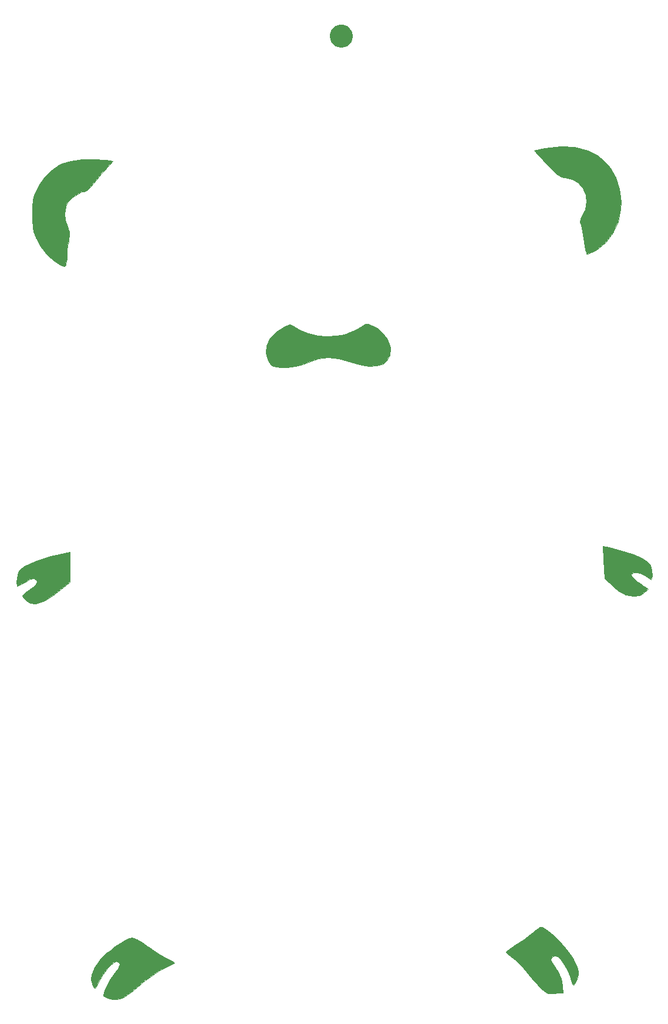
<source format=gbr>
G04 #@! TF.GenerationSoftware,KiCad,Pcbnew,(5.1.2)-1*
G04 #@! TF.CreationDate,2023-11-06T09:25:53+09:00*
G04 #@! TF.ProjectId,gopher_pilot_m5stack,676f7068-6572-45f7-9069-6c6f745f6d35,rev?*
G04 #@! TF.SameCoordinates,Original*
G04 #@! TF.FileFunction,Soldermask,Top*
G04 #@! TF.FilePolarity,Negative*
%FSLAX46Y46*%
G04 Gerber Fmt 4.6, Leading zero omitted, Abs format (unit mm)*
G04 Created by KiCad (PCBNEW (5.1.2)-1) date 2023-11-06 09:25:53*
%MOMM*%
%LPD*%
G04 APERTURE LIST*
%ADD10C,0.100000*%
G04 APERTURE END LIST*
D10*
G36*
X86292600Y-61811520D02*
G01*
X85732600Y-62431520D01*
X84582600Y-63671520D01*
X83872600Y-64471520D01*
X83362600Y-65091520D01*
X83052600Y-65491520D01*
X82912600Y-65661520D01*
X82632600Y-65971520D01*
X82142600Y-66151520D01*
X81782600Y-66221520D01*
X81102600Y-66571520D01*
X80562600Y-66981520D01*
X80382600Y-67121520D01*
X79802600Y-67751520D01*
X79532600Y-68321520D01*
X79372600Y-69281520D01*
X79442600Y-70271520D01*
X79752600Y-71221520D01*
X79882600Y-71491520D01*
X80012600Y-71951520D01*
X80012600Y-72261520D01*
X80012600Y-72511520D01*
X80002600Y-72591520D01*
X79982600Y-72741520D01*
X79972600Y-72811520D01*
X79962600Y-72891520D01*
X79942600Y-73031520D01*
X79932600Y-73101520D01*
X79922600Y-73181520D01*
X79892600Y-73391520D01*
X79802600Y-73931520D01*
X79702600Y-74771520D01*
X79692600Y-74991520D01*
X79652600Y-75451520D01*
X79642600Y-75811520D01*
X79622600Y-76161520D01*
X79532600Y-76641520D01*
X79472600Y-76781520D01*
X79322600Y-76931520D01*
X79032600Y-76881520D01*
X78492600Y-76611520D01*
X77672600Y-76031520D01*
X76842600Y-75221520D01*
X75872600Y-74031520D01*
X75192600Y-72791520D01*
X74882600Y-71981520D01*
X74732600Y-71291520D01*
X74652600Y-70241520D01*
X74652600Y-68931520D01*
X74672600Y-68201520D01*
X74742600Y-67541520D01*
X74772600Y-67371520D01*
X74962600Y-66701520D01*
X75262600Y-65981520D01*
X75692600Y-65201520D01*
X76552600Y-64021520D01*
X77542600Y-63041520D01*
X78522600Y-62361520D01*
X78962600Y-62151520D01*
X80302600Y-61761520D01*
X81902600Y-61521520D01*
X83592600Y-61491520D01*
X85292600Y-61651520D01*
X85812600Y-61721520D01*
X86292600Y-61811520D01*
G37*
X86292600Y-61811520D02*
X85732600Y-62431520D01*
X84582600Y-63671520D01*
X83872600Y-64471520D01*
X83362600Y-65091520D01*
X83052600Y-65491520D01*
X82912600Y-65661520D01*
X82632600Y-65971520D01*
X82142600Y-66151520D01*
X81782600Y-66221520D01*
X81102600Y-66571520D01*
X80562600Y-66981520D01*
X80382600Y-67121520D01*
X79802600Y-67751520D01*
X79532600Y-68321520D01*
X79372600Y-69281520D01*
X79442600Y-70271520D01*
X79752600Y-71221520D01*
X79882600Y-71491520D01*
X80012600Y-71951520D01*
X80012600Y-72261520D01*
X80012600Y-72511520D01*
X80002600Y-72591520D01*
X79982600Y-72741520D01*
X79972600Y-72811520D01*
X79962600Y-72891520D01*
X79942600Y-73031520D01*
X79932600Y-73101520D01*
X79922600Y-73181520D01*
X79892600Y-73391520D01*
X79802600Y-73931520D01*
X79702600Y-74771520D01*
X79692600Y-74991520D01*
X79652600Y-75451520D01*
X79642600Y-75811520D01*
X79622600Y-76161520D01*
X79532600Y-76641520D01*
X79472600Y-76781520D01*
X79322600Y-76931520D01*
X79032600Y-76881520D01*
X78492600Y-76611520D01*
X77672600Y-76031520D01*
X76842600Y-75221520D01*
X75872600Y-74031520D01*
X75192600Y-72791520D01*
X74882600Y-71981520D01*
X74732600Y-71291520D01*
X74652600Y-70241520D01*
X74652600Y-68931520D01*
X74672600Y-68201520D01*
X74742600Y-67541520D01*
X74772600Y-67371520D01*
X74962600Y-66701520D01*
X75262600Y-65981520D01*
X75692600Y-65201520D01*
X76552600Y-64021520D01*
X77542600Y-63041520D01*
X78522600Y-62361520D01*
X78962600Y-62151520D01*
X80302600Y-61761520D01*
X81902600Y-61521520D01*
X83592600Y-61491520D01*
X85292600Y-61651520D01*
X85812600Y-61721520D01*
X86292600Y-61811520D01*
G36*
X147102600Y-60291520D02*
G01*
X148632600Y-59961520D01*
X150932600Y-59681520D01*
X152942600Y-59791520D01*
X154812600Y-60231520D01*
X156312600Y-61051520D01*
X157612600Y-62221520D01*
X158102600Y-62841520D01*
X158862600Y-64161520D01*
X159392600Y-65731520D01*
X159572600Y-67641520D01*
X159532600Y-68751520D01*
X159182600Y-70491520D01*
X158452600Y-72101520D01*
X157382600Y-73491520D01*
X156432600Y-74221520D01*
X156012600Y-74541520D01*
X155412600Y-74881520D01*
X154752600Y-75201520D01*
X154632600Y-75141520D01*
X154572600Y-74941520D01*
X154472600Y-74551520D01*
X154302600Y-73471520D01*
X154032600Y-71871520D01*
X153902600Y-71331520D01*
X153762600Y-70771520D01*
X153712600Y-70581520D01*
X153752600Y-70121520D01*
X154022600Y-69611520D01*
X154222600Y-69201520D01*
X154432600Y-68791520D01*
X154552600Y-68131520D01*
X154622600Y-67731520D01*
X154492600Y-66681520D01*
X154162600Y-65911520D01*
X154072600Y-65701520D01*
X153422600Y-64911520D01*
X152562600Y-64371520D01*
X152212600Y-64301520D01*
X151552600Y-64171520D01*
X151542600Y-64171520D01*
X151512600Y-64171520D01*
X151412600Y-64161520D01*
X151062600Y-64111520D01*
X150712600Y-63941520D01*
X150282600Y-63611520D01*
X149802600Y-63151520D01*
X149122600Y-62461520D01*
X148712600Y-62041520D01*
X148452600Y-61771520D01*
X148232600Y-61541520D01*
X147992600Y-61291520D01*
X147762600Y-61041520D01*
X147412600Y-60681520D01*
X147212600Y-60461520D01*
X147072600Y-60301520D01*
X147102600Y-60291520D01*
G37*
X147102600Y-60291520D02*
X148632600Y-59961520D01*
X150932600Y-59681520D01*
X152942600Y-59791520D01*
X154812600Y-60231520D01*
X156312600Y-61051520D01*
X157612600Y-62221520D01*
X158102600Y-62841520D01*
X158862600Y-64161520D01*
X159392600Y-65731520D01*
X159572600Y-67641520D01*
X159532600Y-68751520D01*
X159182600Y-70491520D01*
X158452600Y-72101520D01*
X157382600Y-73491520D01*
X156432600Y-74221520D01*
X156012600Y-74541520D01*
X155412600Y-74881520D01*
X154752600Y-75201520D01*
X154632600Y-75141520D01*
X154572600Y-74941520D01*
X154472600Y-74551520D01*
X154302600Y-73471520D01*
X154032600Y-71871520D01*
X153902600Y-71331520D01*
X153762600Y-70771520D01*
X153712600Y-70581520D01*
X153752600Y-70121520D01*
X154022600Y-69611520D01*
X154222600Y-69201520D01*
X154432600Y-68791520D01*
X154552600Y-68131520D01*
X154622600Y-67731520D01*
X154492600Y-66681520D01*
X154162600Y-65911520D01*
X154072600Y-65701520D01*
X153422600Y-64911520D01*
X152562600Y-64371520D01*
X152212600Y-64301520D01*
X151552600Y-64171520D01*
X151542600Y-64171520D01*
X151512600Y-64171520D01*
X151412600Y-64161520D01*
X151062600Y-64111520D01*
X150712600Y-63941520D01*
X150282600Y-63611520D01*
X149802600Y-63151520D01*
X149122600Y-62461520D01*
X148712600Y-62041520D01*
X148452600Y-61771520D01*
X148232600Y-61541520D01*
X147992600Y-61291520D01*
X147762600Y-61041520D01*
X147412600Y-60681520D01*
X147212600Y-60461520D01*
X147072600Y-60301520D01*
X147102600Y-60291520D01*
G36*
X112082600Y-85371520D02*
G01*
X113242600Y-86041520D01*
X114492600Y-86601520D01*
X115872600Y-86901520D01*
X117202600Y-87041520D01*
X118652600Y-86961520D01*
X119752600Y-86721520D01*
X120762600Y-86341520D01*
X121152600Y-86181520D01*
X121712600Y-85921520D01*
X122342600Y-85471520D01*
X122482600Y-85351520D01*
X122762600Y-85221520D01*
X123092600Y-85261520D01*
X123682600Y-85481520D01*
X124522600Y-85951520D01*
X125302600Y-86661520D01*
X125902600Y-87421520D01*
X126262600Y-88351520D01*
X126292600Y-88731520D01*
X126212600Y-89691520D01*
X125842600Y-90501520D01*
X125272600Y-91021520D01*
X124422600Y-91271520D01*
X123212600Y-91321520D01*
X121802600Y-91101520D01*
X118912600Y-90211520D01*
X117372600Y-90021520D01*
X115902600Y-90211520D01*
X113602600Y-91101520D01*
X112602600Y-91361520D01*
X111412600Y-91481520D01*
X110672600Y-91511520D01*
X109832600Y-91441520D01*
X109192600Y-91211520D01*
X108802600Y-90781520D01*
X108512600Y-90091520D01*
X108382600Y-89411520D01*
X108492600Y-88331520D01*
X108992600Y-87301520D01*
X109832600Y-86411520D01*
X110982600Y-85681520D01*
X111802600Y-85351520D01*
X112082600Y-85371520D01*
G37*
X112082600Y-85371520D02*
X113242600Y-86041520D01*
X114492600Y-86601520D01*
X115872600Y-86901520D01*
X117202600Y-87041520D01*
X118652600Y-86961520D01*
X119752600Y-86721520D01*
X120762600Y-86341520D01*
X121152600Y-86181520D01*
X121712600Y-85921520D01*
X122342600Y-85471520D01*
X122482600Y-85351520D01*
X122762600Y-85221520D01*
X123092600Y-85261520D01*
X123682600Y-85481520D01*
X124522600Y-85951520D01*
X125302600Y-86661520D01*
X125902600Y-87421520D01*
X126262600Y-88351520D01*
X126292600Y-88731520D01*
X126212600Y-89691520D01*
X125842600Y-90501520D01*
X125272600Y-91021520D01*
X124422600Y-91271520D01*
X123212600Y-91321520D01*
X121802600Y-91101520D01*
X118912600Y-90211520D01*
X117372600Y-90021520D01*
X115902600Y-90211520D01*
X113602600Y-91101520D01*
X112602600Y-91361520D01*
X111412600Y-91481520D01*
X110672600Y-91511520D01*
X109832600Y-91441520D01*
X109192600Y-91211520D01*
X108802600Y-90781520D01*
X108512600Y-90091520D01*
X108382600Y-89411520D01*
X108492600Y-88331520D01*
X108992600Y-87301520D01*
X109832600Y-86411520D01*
X110982600Y-85681520D01*
X111802600Y-85351520D01*
X112082600Y-85371520D01*
G36*
X156982600Y-117201520D02*
G01*
X157952600Y-117431520D01*
X159652600Y-117881520D01*
X161362600Y-118411520D01*
X162572600Y-118941520D01*
X163362600Y-119451520D01*
X163802600Y-119991520D01*
X163972600Y-120731520D01*
X164052600Y-121431520D01*
X164012600Y-121841520D01*
X163892600Y-122031520D01*
X163322600Y-121681520D01*
X162732600Y-121291520D01*
X162582600Y-121221520D01*
X161952600Y-121011520D01*
X161382600Y-121021520D01*
X161082600Y-121291520D01*
X161072600Y-121391520D01*
X161122600Y-121591520D01*
X161352600Y-121851520D01*
X161912600Y-122291520D01*
X162292600Y-122571520D01*
X162732600Y-122891520D01*
X163132600Y-123181520D01*
X163472600Y-123441520D01*
X162892600Y-123951520D01*
X162292600Y-124321520D01*
X161372600Y-124451520D01*
X160312600Y-124231520D01*
X159212600Y-123671520D01*
X157212600Y-121931520D01*
X157082600Y-119201520D01*
X156982600Y-117201520D01*
G37*
X156982600Y-117201520D02*
X157952600Y-117431520D01*
X159652600Y-117881520D01*
X161362600Y-118411520D01*
X162572600Y-118941520D01*
X163362600Y-119451520D01*
X163802600Y-119991520D01*
X163972600Y-120731520D01*
X164052600Y-121431520D01*
X164012600Y-121841520D01*
X163892600Y-122031520D01*
X163322600Y-121681520D01*
X162732600Y-121291520D01*
X162582600Y-121221520D01*
X161952600Y-121011520D01*
X161382600Y-121021520D01*
X161082600Y-121291520D01*
X161072600Y-121391520D01*
X161122600Y-121591520D01*
X161352600Y-121851520D01*
X161912600Y-122291520D01*
X162292600Y-122571520D01*
X162732600Y-122891520D01*
X163132600Y-123181520D01*
X163472600Y-123441520D01*
X162892600Y-123951520D01*
X162292600Y-124321520D01*
X161372600Y-124451520D01*
X160312600Y-124231520D01*
X159212600Y-123671520D01*
X157212600Y-121931520D01*
X157082600Y-119201520D01*
X156982600Y-117201520D01*
G36*
X148162600Y-172091520D02*
G01*
X148532600Y-172231520D01*
X149142600Y-172681520D01*
X149952600Y-173341520D01*
X150662600Y-174011520D01*
X151312600Y-174781520D01*
X151752600Y-175331520D01*
X152462600Y-176321520D01*
X152652600Y-176591520D01*
X153122600Y-177481520D01*
X153242600Y-177831520D01*
X153422600Y-178421520D01*
X153422600Y-178991520D01*
X153272600Y-179531520D01*
X152932600Y-180261520D01*
X152752600Y-180471520D01*
X152682600Y-180361520D01*
X152522600Y-180101520D01*
X152242600Y-179251520D01*
X151862600Y-178331520D01*
X151422600Y-177511520D01*
X150922600Y-176791520D01*
X150452600Y-176351520D01*
X150042600Y-176221520D01*
X149632600Y-176461520D01*
X149462600Y-176721520D01*
X149502600Y-177021520D01*
X149672600Y-177241520D01*
X150012600Y-177751520D01*
X150312600Y-178201520D01*
X150422600Y-178361520D01*
X150982600Y-179561520D01*
X151172600Y-180571520D01*
X151232600Y-181591520D01*
X149302600Y-181651520D01*
X149062600Y-181631520D01*
X148802600Y-181541520D01*
X148412600Y-181261520D01*
X148012600Y-180891520D01*
X147392600Y-180211520D01*
X146522600Y-179221520D01*
X145862600Y-178461520D01*
X145372600Y-177901520D01*
X144852600Y-177351520D01*
X144342600Y-176851520D01*
X144022600Y-176561520D01*
X143602600Y-176221520D01*
X143162600Y-175921520D01*
X142982600Y-175721520D01*
X143112600Y-175591520D01*
X144292600Y-174761520D01*
X145602600Y-173871520D01*
X146452600Y-173181520D01*
X146782600Y-172921520D01*
X147332600Y-172491520D01*
X147932600Y-172111520D01*
X148162600Y-172091520D01*
G37*
X148162600Y-172091520D02*
X148532600Y-172231520D01*
X149142600Y-172681520D01*
X149952600Y-173341520D01*
X150662600Y-174011520D01*
X151312600Y-174781520D01*
X151752600Y-175331520D01*
X152462600Y-176321520D01*
X152652600Y-176591520D01*
X153122600Y-177481520D01*
X153242600Y-177831520D01*
X153422600Y-178421520D01*
X153422600Y-178991520D01*
X153272600Y-179531520D01*
X152932600Y-180261520D01*
X152752600Y-180471520D01*
X152682600Y-180361520D01*
X152522600Y-180101520D01*
X152242600Y-179251520D01*
X151862600Y-178331520D01*
X151422600Y-177511520D01*
X150922600Y-176791520D01*
X150452600Y-176351520D01*
X150042600Y-176221520D01*
X149632600Y-176461520D01*
X149462600Y-176721520D01*
X149502600Y-177021520D01*
X149672600Y-177241520D01*
X150012600Y-177751520D01*
X150312600Y-178201520D01*
X150422600Y-178361520D01*
X150982600Y-179561520D01*
X151172600Y-180571520D01*
X151232600Y-181591520D01*
X149302600Y-181651520D01*
X149062600Y-181631520D01*
X148802600Y-181541520D01*
X148412600Y-181261520D01*
X148012600Y-180891520D01*
X147392600Y-180211520D01*
X146522600Y-179221520D01*
X145862600Y-178461520D01*
X145372600Y-177901520D01*
X144852600Y-177351520D01*
X144342600Y-176851520D01*
X144022600Y-176561520D01*
X143602600Y-176221520D01*
X143162600Y-175921520D01*
X142982600Y-175721520D01*
X143112600Y-175591520D01*
X144292600Y-174761520D01*
X145602600Y-173871520D01*
X146452600Y-173181520D01*
X146782600Y-172921520D01*
X147332600Y-172491520D01*
X147932600Y-172111520D01*
X148162600Y-172091520D01*
G36*
X89082600Y-173651520D02*
G01*
X89302600Y-173671520D01*
X89712600Y-173851520D01*
X90492600Y-174341520D01*
X91192600Y-174811520D01*
X91592600Y-175101520D01*
X91952600Y-175331520D01*
X92502600Y-175691520D01*
X92962600Y-175971520D01*
X93362600Y-176211520D01*
X94162600Y-176641520D01*
X94542600Y-176851520D01*
X94852600Y-177021520D01*
X94992600Y-177111520D01*
X95152600Y-177251520D01*
X95062600Y-177321520D01*
X94872600Y-177451520D01*
X94352600Y-177691520D01*
X93662600Y-177991520D01*
X93322600Y-178201520D01*
X92872600Y-178461520D01*
X92612600Y-178621520D01*
X92392600Y-178751520D01*
X92032600Y-179011520D01*
X91812600Y-179181520D01*
X91752600Y-179221520D01*
X91162600Y-179641520D01*
X91012600Y-179761520D01*
X90542600Y-180161520D01*
X89822600Y-180771520D01*
X89442600Y-181111520D01*
X88802600Y-181621520D01*
X88432600Y-181871520D01*
X88052600Y-182121520D01*
X87612600Y-182341520D01*
X86862600Y-182511520D01*
X86262600Y-182481520D01*
X85612600Y-182331520D01*
X85172600Y-182191520D01*
X84942600Y-181971520D01*
X84972600Y-181611520D01*
X85172600Y-181081520D01*
X85232600Y-180921520D01*
X85682600Y-180061520D01*
X85862600Y-179721520D01*
X86292600Y-179141520D01*
X86722600Y-178551520D01*
X87042600Y-178131520D01*
X87292600Y-177551520D01*
X87202600Y-177171520D01*
X86862600Y-177061520D01*
X86782600Y-177031520D01*
X86462600Y-177151520D01*
X85942600Y-177571520D01*
X85562600Y-178001520D01*
X85332600Y-178271520D01*
X84812600Y-179001520D01*
X84232600Y-180001520D01*
X83962600Y-180551520D01*
X83922600Y-180661520D01*
X83722600Y-180871520D01*
X83602600Y-180841520D01*
X83432600Y-180561520D01*
X83322600Y-180251520D01*
X83172600Y-179741520D01*
X83242600Y-178931520D01*
X83562600Y-178181520D01*
X83652600Y-177961520D01*
X84242600Y-177061520D01*
X84382600Y-176851520D01*
X84612600Y-176581520D01*
X84912600Y-176301520D01*
X85282600Y-175941520D01*
X85902600Y-175451520D01*
X86462600Y-175021520D01*
X87032600Y-174621520D01*
X87982600Y-174021520D01*
X88692600Y-173691520D01*
X89082600Y-173651520D01*
G37*
X89082600Y-173651520D02*
X89302600Y-173671520D01*
X89712600Y-173851520D01*
X90492600Y-174341520D01*
X91192600Y-174811520D01*
X91592600Y-175101520D01*
X91952600Y-175331520D01*
X92502600Y-175691520D01*
X92962600Y-175971520D01*
X93362600Y-176211520D01*
X94162600Y-176641520D01*
X94542600Y-176851520D01*
X94852600Y-177021520D01*
X94992600Y-177111520D01*
X95152600Y-177251520D01*
X95062600Y-177321520D01*
X94872600Y-177451520D01*
X94352600Y-177691520D01*
X93662600Y-177991520D01*
X93322600Y-178201520D01*
X92872600Y-178461520D01*
X92612600Y-178621520D01*
X92392600Y-178751520D01*
X92032600Y-179011520D01*
X91812600Y-179181520D01*
X91752600Y-179221520D01*
X91162600Y-179641520D01*
X91012600Y-179761520D01*
X90542600Y-180161520D01*
X89822600Y-180771520D01*
X89442600Y-181111520D01*
X88802600Y-181621520D01*
X88432600Y-181871520D01*
X88052600Y-182121520D01*
X87612600Y-182341520D01*
X86862600Y-182511520D01*
X86262600Y-182481520D01*
X85612600Y-182331520D01*
X85172600Y-182191520D01*
X84942600Y-181971520D01*
X84972600Y-181611520D01*
X85172600Y-181081520D01*
X85232600Y-180921520D01*
X85682600Y-180061520D01*
X85862600Y-179721520D01*
X86292600Y-179141520D01*
X86722600Y-178551520D01*
X87042600Y-178131520D01*
X87292600Y-177551520D01*
X87202600Y-177171520D01*
X86862600Y-177061520D01*
X86782600Y-177031520D01*
X86462600Y-177151520D01*
X85942600Y-177571520D01*
X85562600Y-178001520D01*
X85332600Y-178271520D01*
X84812600Y-179001520D01*
X84232600Y-180001520D01*
X83962600Y-180551520D01*
X83922600Y-180661520D01*
X83722600Y-180871520D01*
X83602600Y-180841520D01*
X83432600Y-180561520D01*
X83322600Y-180251520D01*
X83172600Y-179741520D01*
X83242600Y-178931520D01*
X83562600Y-178181520D01*
X83652600Y-177961520D01*
X84242600Y-177061520D01*
X84382600Y-176851520D01*
X84612600Y-176581520D01*
X84912600Y-176301520D01*
X85282600Y-175941520D01*
X85902600Y-175451520D01*
X86462600Y-175021520D01*
X87032600Y-174621520D01*
X87982600Y-174021520D01*
X88692600Y-173691520D01*
X89082600Y-173651520D01*
G36*
X80092600Y-118071520D02*
G01*
X80102600Y-122391520D01*
X79562600Y-122861520D01*
X78402600Y-123801520D01*
X77652600Y-124361520D01*
X77132600Y-124711520D01*
X76722600Y-124951520D01*
X76172600Y-125231520D01*
X75172600Y-125511520D01*
X74362600Y-125441520D01*
X73732600Y-125061520D01*
X73382600Y-124721520D01*
X73282600Y-124461520D01*
X73422600Y-124151520D01*
X73942600Y-123721520D01*
X74502600Y-123351520D01*
X74802600Y-123171520D01*
X75232600Y-122781520D01*
X75332600Y-122381520D01*
X75262600Y-122141520D01*
X74932600Y-121891520D01*
X74922600Y-121891520D01*
X74352600Y-121991520D01*
X73812600Y-122301520D01*
X73502600Y-122481520D01*
X73172600Y-122691520D01*
X72712600Y-122931520D01*
X72482600Y-122971520D01*
X72442600Y-122921520D01*
X72372600Y-122471520D01*
X72442600Y-121801520D01*
X72652600Y-121091520D01*
X72942600Y-120641520D01*
X73552600Y-120151520D01*
X74482600Y-119661520D01*
X75512600Y-119281520D01*
X75792600Y-119181520D01*
X77352600Y-118711520D01*
X79302600Y-118251520D01*
X80092600Y-118071520D01*
G37*
X80092600Y-118071520D02*
X80102600Y-122391520D01*
X79562600Y-122861520D01*
X78402600Y-123801520D01*
X77652600Y-124361520D01*
X77132600Y-124711520D01*
X76722600Y-124951520D01*
X76172600Y-125231520D01*
X75172600Y-125511520D01*
X74362600Y-125441520D01*
X73732600Y-125061520D01*
X73382600Y-124721520D01*
X73282600Y-124461520D01*
X73422600Y-124151520D01*
X73942600Y-123721520D01*
X74502600Y-123351520D01*
X74802600Y-123171520D01*
X75232600Y-122781520D01*
X75332600Y-122381520D01*
X75262600Y-122141520D01*
X74932600Y-121891520D01*
X74922600Y-121891520D01*
X74352600Y-121991520D01*
X73812600Y-122301520D01*
X73502600Y-122481520D01*
X73172600Y-122691520D01*
X72712600Y-122931520D01*
X72482600Y-122971520D01*
X72442600Y-122921520D01*
X72372600Y-122471520D01*
X72442600Y-121801520D01*
X72652600Y-121091520D01*
X72942600Y-120641520D01*
X73552600Y-120151520D01*
X74482600Y-119661520D01*
X75512600Y-119281520D01*
X75792600Y-119181520D01*
X77352600Y-118711520D01*
X79302600Y-118251520D01*
X80092600Y-118071520D01*
G36*
X119623176Y-42170738D02*
G01*
X119729499Y-42191887D01*
X120029962Y-42316343D01*
X120300371Y-42497025D01*
X120530335Y-42726989D01*
X120711017Y-42997398D01*
X120835473Y-43297861D01*
X120898920Y-43616831D01*
X120898920Y-43942049D01*
X120835473Y-44261019D01*
X120711017Y-44561482D01*
X120530335Y-44831891D01*
X120300371Y-45061855D01*
X120029962Y-45242537D01*
X119729499Y-45366993D01*
X119623176Y-45388142D01*
X119410531Y-45430440D01*
X119085309Y-45430440D01*
X118872664Y-45388142D01*
X118766341Y-45366993D01*
X118465878Y-45242537D01*
X118195469Y-45061855D01*
X117965505Y-44831891D01*
X117784823Y-44561482D01*
X117660367Y-44261019D01*
X117596920Y-43942049D01*
X117596920Y-43616831D01*
X117660367Y-43297861D01*
X117784823Y-42997398D01*
X117965505Y-42726989D01*
X118195469Y-42497025D01*
X118465878Y-42316343D01*
X118766341Y-42191887D01*
X118872664Y-42170738D01*
X119085309Y-42128440D01*
X119410531Y-42128440D01*
X119623176Y-42170738D01*
X119623176Y-42170738D01*
G37*
M02*

</source>
